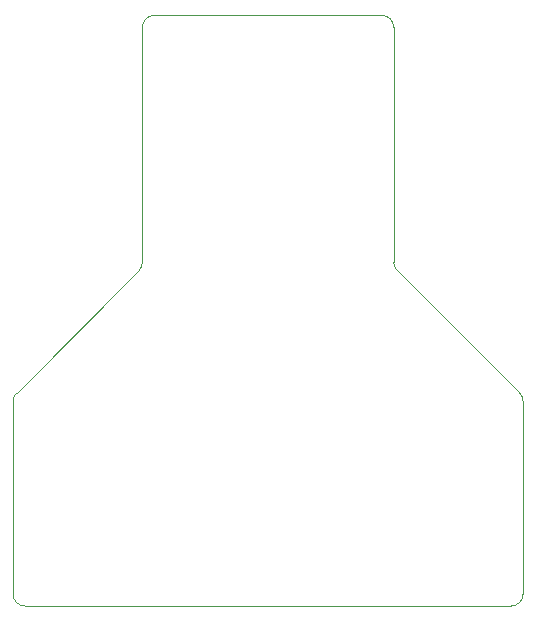
<source format=gm1>
G04 #@! TF.GenerationSoftware,KiCad,Pcbnew,8.0.8*
G04 #@! TF.CreationDate,2025-02-16T01:23:13+01:00*
G04 #@! TF.ProjectId,rgmii-pmod,72676d69-692d-4706-9d6f-642e6b696361,rev?*
G04 #@! TF.SameCoordinates,Original*
G04 #@! TF.FileFunction,Profile,NP*
%FSLAX46Y46*%
G04 Gerber Fmt 4.6, Leading zero omitted, Abs format (unit mm)*
G04 Created by KiCad (PCBNEW 8.0.8) date 2025-02-16 01:23:13*
%MOMM*%
%LPD*%
G01*
G04 APERTURE LIST*
G04 #@! TA.AperFunction,Profile*
%ADD10C,0.050000*%
G04 #@! TD*
G04 APERTURE END LIST*
D10*
X159635000Y-75000000D02*
X140365000Y-75000000D01*
X171297107Y-106962107D02*
G75*
G02*
X171589990Y-107669214I-707107J-707093D01*
G01*
X128410000Y-124000000D02*
X128410000Y-107669214D01*
X160635000Y-95885786D02*
X160635000Y-76000000D01*
X160927893Y-96592893D02*
G75*
G02*
X160635010Y-95885786I707107J707093D01*
G01*
X171590000Y-124000000D02*
G75*
G02*
X170590000Y-125000000I-1000000J0D01*
G01*
X171590000Y-107669214D02*
X171590000Y-124000000D01*
X129410000Y-125000000D02*
G75*
G02*
X128410000Y-124000000I0J1000000D01*
G01*
X139365000Y-95885786D02*
G75*
G02*
X139072114Y-96592900I-1000000J-14D01*
G01*
X139365000Y-76000000D02*
X139365000Y-95885786D01*
X160927893Y-96592893D02*
X171297107Y-106962107D01*
X129410000Y-125000000D02*
X170590000Y-125000000D01*
X128410000Y-107669214D02*
G75*
G02*
X128702886Y-106962100I1000000J14D01*
G01*
X139365000Y-76000000D02*
G75*
G02*
X140365000Y-75000000I1000000J0D01*
G01*
X128702893Y-106962107D02*
X139072107Y-96592893D01*
X159635000Y-75000000D02*
G75*
G02*
X160635000Y-76000000I0J-1000000D01*
G01*
M02*

</source>
